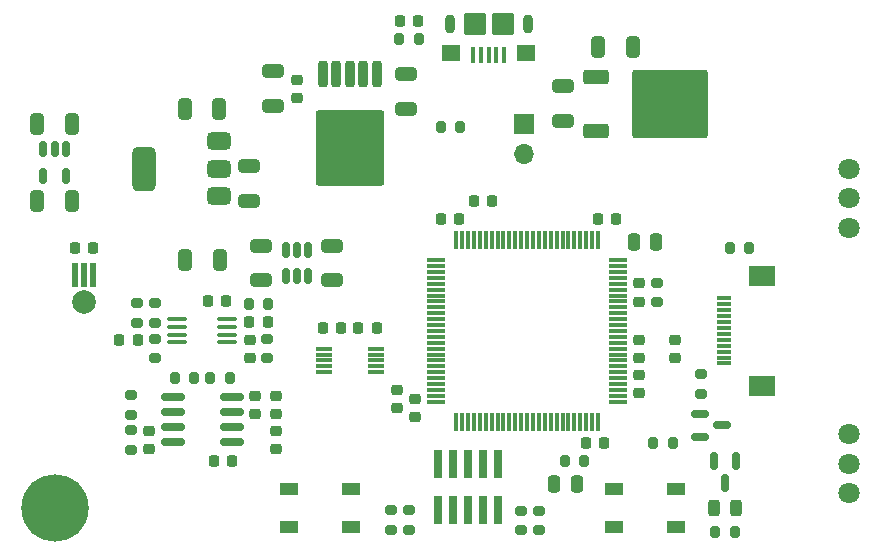
<source format=gts>
G04 #@! TF.GenerationSoftware,KiCad,Pcbnew,8.0.4*
G04 #@! TF.CreationDate,2024-09-21T08:46:09+10:00*
G04 #@! TF.ProjectId,hsa_r0,6873615f-7230-42e6-9b69-6361645f7063,rev?*
G04 #@! TF.SameCoordinates,Original*
G04 #@! TF.FileFunction,Soldermask,Top*
G04 #@! TF.FilePolarity,Negative*
%FSLAX46Y46*%
G04 Gerber Fmt 4.6, Leading zero omitted, Abs format (unit mm)*
G04 Created by KiCad (PCBNEW 8.0.4) date 2024-09-21 08:46:09*
%MOMM*%
%LPD*%
G01*
G04 APERTURE LIST*
G04 Aperture macros list*
%AMRoundRect*
0 Rectangle with rounded corners*
0 $1 Rounding radius*
0 $2 $3 $4 $5 $6 $7 $8 $9 X,Y pos of 4 corners*
0 Add a 4 corners polygon primitive as box body*
4,1,4,$2,$3,$4,$5,$6,$7,$8,$9,$2,$3,0*
0 Add four circle primitives for the rounded corners*
1,1,$1+$1,$2,$3*
1,1,$1+$1,$4,$5*
1,1,$1+$1,$6,$7*
1,1,$1+$1,$8,$9*
0 Add four rect primitives between the rounded corners*
20,1,$1+$1,$2,$3,$4,$5,0*
20,1,$1+$1,$4,$5,$6,$7,0*
20,1,$1+$1,$6,$7,$8,$9,0*
20,1,$1+$1,$8,$9,$2,$3,0*%
G04 Aperture macros list end*
%ADD10RoundRect,0.200000X-0.275000X0.200000X-0.275000X-0.200000X0.275000X-0.200000X0.275000X0.200000X0*%
%ADD11RoundRect,0.225000X-0.250000X0.225000X-0.250000X-0.225000X0.250000X-0.225000X0.250000X0.225000X0*%
%ADD12RoundRect,0.150000X-0.150000X0.512500X-0.150000X-0.512500X0.150000X-0.512500X0.150000X0.512500X0*%
%ADD13R,1.400000X0.300000*%
%ADD14RoundRect,0.200000X0.275000X-0.200000X0.275000X0.200000X-0.275000X0.200000X-0.275000X-0.200000X0*%
%ADD15RoundRect,0.225000X0.250000X-0.225000X0.250000X0.225000X-0.250000X0.225000X-0.250000X-0.225000X0*%
%ADD16RoundRect,0.100000X0.100000X0.575000X-0.100000X0.575000X-0.100000X-0.575000X0.100000X-0.575000X0*%
%ADD17O,0.900000X1.600000*%
%ADD18RoundRect,0.250000X0.550000X0.450000X-0.550000X0.450000X-0.550000X-0.450000X0.550000X-0.450000X0*%
%ADD19RoundRect,0.250000X0.700000X0.700000X-0.700000X0.700000X-0.700000X-0.700000X0.700000X-0.700000X0*%
%ADD20RoundRect,0.250000X0.325000X0.650000X-0.325000X0.650000X-0.325000X-0.650000X0.325000X-0.650000X0*%
%ADD21RoundRect,0.200000X0.200000X0.275000X-0.200000X0.275000X-0.200000X-0.275000X0.200000X-0.275000X0*%
%ADD22RoundRect,0.100000X-0.712500X-0.100000X0.712500X-0.100000X0.712500X0.100000X-0.712500X0.100000X0*%
%ADD23R,1.300000X0.300000*%
%ADD24R,2.200000X1.800000*%
%ADD25RoundRect,0.250000X0.650000X-0.325000X0.650000X0.325000X-0.650000X0.325000X-0.650000X-0.325000X0*%
%ADD26RoundRect,0.075000X0.725000X0.075000X-0.725000X0.075000X-0.725000X-0.075000X0.725000X-0.075000X0*%
%ADD27RoundRect,0.075000X0.075000X0.725000X-0.075000X0.725000X-0.075000X-0.725000X0.075000X-0.725000X0*%
%ADD28C,1.800000*%
%ADD29RoundRect,0.225000X0.225000X0.250000X-0.225000X0.250000X-0.225000X-0.250000X0.225000X-0.250000X0*%
%ADD30RoundRect,0.250000X-0.650000X0.325000X-0.650000X-0.325000X0.650000X-0.325000X0.650000X0.325000X0*%
%ADD31RoundRect,0.200000X-0.200000X-0.275000X0.200000X-0.275000X0.200000X0.275000X-0.200000X0.275000X0*%
%ADD32R,0.570000X2.000000*%
%ADD33C,2.000000*%
%ADD34RoundRect,0.250000X-0.850000X-0.350000X0.850000X-0.350000X0.850000X0.350000X-0.850000X0.350000X0*%
%ADD35RoundRect,0.249997X-2.950003X-2.650003X2.950003X-2.650003X2.950003X2.650003X-2.950003X2.650003X0*%
%ADD36RoundRect,0.150000X-0.150000X0.587500X-0.150000X-0.587500X0.150000X-0.587500X0.150000X0.587500X0*%
%ADD37RoundRect,0.225000X-0.225000X-0.250000X0.225000X-0.250000X0.225000X0.250000X-0.225000X0.250000X0*%
%ADD38R,1.550000X1.000000*%
%ADD39RoundRect,0.200000X-0.200000X0.900000X-0.200000X-0.900000X0.200000X-0.900000X0.200000X0.900000X0*%
%ADD40RoundRect,0.249997X-2.650003X2.950003X-2.650003X-2.950003X2.650003X-2.950003X2.650003X2.950003X0*%
%ADD41R,0.740000X2.400000*%
%ADD42RoundRect,0.150000X-0.825000X-0.150000X0.825000X-0.150000X0.825000X0.150000X-0.825000X0.150000X0*%
%ADD43RoundRect,0.250000X0.250000X0.475000X-0.250000X0.475000X-0.250000X-0.475000X0.250000X-0.475000X0*%
%ADD44R,1.700000X1.700000*%
%ADD45O,1.700000X1.700000*%
%ADD46C,3.600000*%
%ADD47C,5.700000*%
%ADD48RoundRect,0.243750X0.243750X0.456250X-0.243750X0.456250X-0.243750X-0.456250X0.243750X-0.456250X0*%
%ADD49RoundRect,0.150000X-0.587500X-0.150000X0.587500X-0.150000X0.587500X0.150000X-0.587500X0.150000X0*%
%ADD50RoundRect,0.375000X0.625000X0.375000X-0.625000X0.375000X-0.625000X-0.375000X0.625000X-0.375000X0*%
%ADD51RoundRect,0.500000X0.500000X1.400000X-0.500000X1.400000X-0.500000X-1.400000X0.500000X-1.400000X0*%
G04 APERTURE END LIST*
D10*
X141500000Y-78425000D03*
X141500000Y-80075000D03*
D11*
X153750000Y-78475000D03*
X153750000Y-80025000D03*
D12*
X135950000Y-54612500D03*
X135000000Y-54612500D03*
X134050000Y-54612500D03*
X134050000Y-56887500D03*
X135950000Y-56887500D03*
D13*
X157800000Y-71500000D03*
X157800000Y-72000000D03*
X157800000Y-72500000D03*
X157800000Y-73000000D03*
X157800000Y-73500000D03*
X162200000Y-73500000D03*
X162200000Y-73000000D03*
X162200000Y-72500000D03*
X162200000Y-72000000D03*
X162200000Y-71500000D03*
D14*
X189750000Y-75325000D03*
X189750000Y-73675000D03*
D15*
X165500000Y-77275000D03*
X165500000Y-75725000D03*
D16*
X173050000Y-46675000D03*
X172400000Y-46675000D03*
X171750000Y-46675000D03*
X171100000Y-46675000D03*
X170450000Y-46675000D03*
D17*
X175050000Y-44000000D03*
D18*
X174950000Y-46450000D03*
D19*
X172950000Y-44000000D03*
X170550000Y-44000000D03*
D18*
X168550000Y-46450000D03*
D17*
X168450000Y-44000000D03*
D20*
X183975000Y-45997500D03*
X181025000Y-45997500D03*
D14*
X186000000Y-67575000D03*
X186000000Y-65925000D03*
D20*
X148950000Y-51250000D03*
X146000000Y-51250000D03*
D21*
X165825000Y-45250000D03*
X164175000Y-45250000D03*
D22*
X145387500Y-69025000D03*
X145387500Y-69675000D03*
X145387500Y-70325000D03*
X145387500Y-70975000D03*
X149612500Y-70975000D03*
X149612500Y-70325000D03*
X149612500Y-69675000D03*
X149612500Y-69025000D03*
D23*
X191650000Y-72750000D03*
X191650000Y-72250000D03*
X191650000Y-71750000D03*
X191650000Y-71250000D03*
X191650000Y-70750000D03*
X191650000Y-70250000D03*
X191650000Y-69750000D03*
X191650000Y-69250000D03*
X191650000Y-68750000D03*
X191650000Y-68250000D03*
X191650000Y-67750000D03*
X191650000Y-67250000D03*
D24*
X194900000Y-74650000D03*
X194900000Y-65350000D03*
D21*
X179825000Y-81000000D03*
X178175000Y-81000000D03*
D25*
X152500000Y-65725000D03*
X152500000Y-62775000D03*
D26*
X182675000Y-76000000D03*
X182675000Y-75500000D03*
X182675000Y-75000000D03*
X182675000Y-74500000D03*
X182675000Y-74000000D03*
X182675000Y-73500000D03*
X182675000Y-73000000D03*
X182675000Y-72500000D03*
X182675000Y-72000000D03*
X182675000Y-71500000D03*
X182675000Y-71000000D03*
X182675000Y-70500000D03*
X182675000Y-70000000D03*
X182675000Y-69500000D03*
X182675000Y-69000000D03*
X182675000Y-68500000D03*
X182675000Y-68000000D03*
X182675000Y-67500000D03*
X182675000Y-67000000D03*
X182675000Y-66500000D03*
X182675000Y-66000000D03*
X182675000Y-65500000D03*
X182675000Y-65000000D03*
X182675000Y-64500000D03*
X182675000Y-64000000D03*
D27*
X181000000Y-62325000D03*
X180500000Y-62325000D03*
X180000000Y-62325000D03*
X179500000Y-62325000D03*
X179000000Y-62325000D03*
X178500000Y-62325000D03*
X178000000Y-62325000D03*
X177500000Y-62325000D03*
X177000000Y-62325000D03*
X176500000Y-62325000D03*
X176000000Y-62325000D03*
X175500000Y-62325000D03*
X175000000Y-62325000D03*
X174500000Y-62325000D03*
X174000000Y-62325000D03*
X173500000Y-62325000D03*
X173000000Y-62325000D03*
X172500000Y-62325000D03*
X172000000Y-62325000D03*
X171500000Y-62325000D03*
X171000000Y-62325000D03*
X170500000Y-62325000D03*
X170000000Y-62325000D03*
X169500000Y-62325000D03*
X169000000Y-62325000D03*
D26*
X167325000Y-64000000D03*
X167325000Y-64500000D03*
X167325000Y-65000000D03*
X167325000Y-65500000D03*
X167325000Y-66000000D03*
X167325000Y-66500000D03*
X167325000Y-67000000D03*
X167325000Y-67500000D03*
X167325000Y-68000000D03*
X167325000Y-68500000D03*
X167325000Y-69000000D03*
X167325000Y-69500000D03*
X167325000Y-70000000D03*
X167325000Y-70500000D03*
X167325000Y-71000000D03*
X167325000Y-71500000D03*
X167325000Y-72000000D03*
X167325000Y-72500000D03*
X167325000Y-73000000D03*
X167325000Y-73500000D03*
X167325000Y-74000000D03*
X167325000Y-74500000D03*
X167325000Y-75000000D03*
X167325000Y-75500000D03*
X167325000Y-76000000D03*
D27*
X169000000Y-77675000D03*
X169500000Y-77675000D03*
X170000000Y-77675000D03*
X170500000Y-77675000D03*
X171000000Y-77675000D03*
X171500000Y-77675000D03*
X172000000Y-77675000D03*
X172500000Y-77675000D03*
X173000000Y-77675000D03*
X173500000Y-77675000D03*
X174000000Y-77675000D03*
X174500000Y-77675000D03*
X175000000Y-77675000D03*
X175500000Y-77675000D03*
X176000000Y-77675000D03*
X176500000Y-77675000D03*
X177000000Y-77675000D03*
X177500000Y-77675000D03*
X178000000Y-77675000D03*
X178500000Y-77675000D03*
X179000000Y-77675000D03*
X179500000Y-77675000D03*
X180000000Y-77675000D03*
X180500000Y-77675000D03*
X181000000Y-77675000D03*
D28*
X202250000Y-83750000D03*
X202250000Y-78750000D03*
X202250000Y-81250000D03*
D29*
X138275000Y-63000000D03*
X136725000Y-63000000D03*
D30*
X164750000Y-48275000D03*
X164750000Y-51225000D03*
D31*
X192175000Y-63000000D03*
X193825000Y-63000000D03*
D32*
X138275000Y-65295000D03*
X137500000Y-65295000D03*
X136725000Y-65295000D03*
D33*
X137500000Y-67575000D03*
D34*
X180800000Y-48470000D03*
D35*
X187100000Y-50750000D03*
D34*
X180800000Y-53030000D03*
D31*
X185675000Y-79500000D03*
X187325000Y-79500000D03*
D36*
X192700000Y-81000000D03*
X190800000Y-81000000D03*
X191750000Y-82875000D03*
D10*
X142000000Y-67675000D03*
X142000000Y-69325000D03*
D29*
X150025000Y-81000000D03*
X148475000Y-81000000D03*
D25*
X178000000Y-52222500D03*
X178000000Y-49272500D03*
D31*
X190925000Y-87000000D03*
X192575000Y-87000000D03*
D20*
X136475000Y-52500000D03*
X133525000Y-52500000D03*
D14*
X174520000Y-86875000D03*
X174520000Y-85225000D03*
D37*
X157725000Y-69750000D03*
X159275000Y-69750000D03*
D30*
X153475000Y-48025000D03*
X153475000Y-50975000D03*
D10*
X165000000Y-85175000D03*
X165000000Y-86825000D03*
D37*
X140475000Y-70750000D03*
X142025000Y-70750000D03*
X180975000Y-60500000D03*
X182525000Y-60500000D03*
D29*
X149525000Y-67500000D03*
X147975000Y-67500000D03*
D21*
X146825000Y-74000000D03*
X145175000Y-74000000D03*
D14*
X176020000Y-86875000D03*
X176020000Y-85225000D03*
D29*
X153025000Y-69250000D03*
X151475000Y-69250000D03*
D38*
X187625000Y-86600000D03*
X187625000Y-83400000D03*
X182375000Y-86600000D03*
X182375000Y-83400000D03*
D10*
X141500000Y-75425000D03*
X141500000Y-77075000D03*
D39*
X162280000Y-48250000D03*
X161140000Y-48250000D03*
X160000000Y-48250000D03*
D40*
X160000000Y-54550000D03*
D39*
X158860000Y-48250000D03*
X157720000Y-48250000D03*
D12*
X156450000Y-63112500D03*
X155500000Y-63112500D03*
X154550000Y-63112500D03*
X154550000Y-65387500D03*
X155500000Y-65387500D03*
X156450000Y-65387500D03*
D14*
X143500000Y-72325000D03*
X143500000Y-70675000D03*
D41*
X167460000Y-85200000D03*
X167460000Y-81300000D03*
X168730000Y-85200000D03*
X168730000Y-81300000D03*
X170000000Y-85200000D03*
X170000000Y-81300000D03*
X171270000Y-85200000D03*
X171270000Y-81300000D03*
X172540000Y-85200000D03*
X172540000Y-81300000D03*
D15*
X152000000Y-77025000D03*
X152000000Y-75475000D03*
D42*
X145025000Y-75595000D03*
X145025000Y-76865000D03*
X145025000Y-78135000D03*
X145025000Y-79405000D03*
X149975000Y-79405000D03*
X149975000Y-78135000D03*
X149975000Y-76865000D03*
X149975000Y-75595000D03*
D20*
X148975000Y-64000000D03*
X146025000Y-64000000D03*
D15*
X151500000Y-72275000D03*
X151500000Y-70725000D03*
D43*
X179200000Y-83000000D03*
X177300000Y-83000000D03*
D11*
X155500000Y-48725000D03*
X155500000Y-50275000D03*
D44*
X174750000Y-52475000D03*
D45*
X174750000Y-55015000D03*
D20*
X136475000Y-59000000D03*
X133525000Y-59000000D03*
D37*
X170475000Y-59000000D03*
X172025000Y-59000000D03*
D30*
X151475000Y-56025000D03*
X151475000Y-58975000D03*
D29*
X165775000Y-43750000D03*
X164225000Y-43750000D03*
D11*
X153750000Y-75475000D03*
X153750000Y-77025000D03*
D15*
X187500000Y-72275000D03*
X187500000Y-70725000D03*
D11*
X143000000Y-78475000D03*
X143000000Y-80025000D03*
D46*
X135000000Y-85000000D03*
D47*
X135000000Y-85000000D03*
D48*
X192687500Y-85000000D03*
X190812500Y-85000000D03*
D37*
X167725000Y-60500000D03*
X169275000Y-60500000D03*
D38*
X160125000Y-86600000D03*
X160125000Y-83400000D03*
X154875000Y-86600000D03*
X154875000Y-83400000D03*
D31*
X151425000Y-67750000D03*
X153075000Y-67750000D03*
D21*
X149825000Y-74000000D03*
X148175000Y-74000000D03*
D25*
X158500000Y-65725000D03*
X158500000Y-62775000D03*
D10*
X153000000Y-70675000D03*
X153000000Y-72325000D03*
D31*
X167675000Y-52750000D03*
X169325000Y-52750000D03*
D28*
X202250000Y-61250000D03*
X202250000Y-56250000D03*
X202250000Y-58750000D03*
D49*
X189625000Y-77050000D03*
X189625000Y-78950000D03*
X191500000Y-78000000D03*
D43*
X185950000Y-62500000D03*
X184050000Y-62500000D03*
D50*
X148875000Y-58550000D03*
X148875000Y-56250000D03*
D51*
X142575000Y-56250000D03*
D50*
X148875000Y-53950000D03*
D11*
X184500000Y-73725000D03*
X184500000Y-75275000D03*
D29*
X181525000Y-79500000D03*
X179975000Y-79500000D03*
D11*
X184500000Y-70725000D03*
X184500000Y-72275000D03*
D29*
X162275000Y-69750000D03*
X160725000Y-69750000D03*
D11*
X184500000Y-65975000D03*
X184500000Y-67525000D03*
D14*
X143500000Y-69325000D03*
X143500000Y-67675000D03*
D11*
X164000000Y-74975000D03*
X164000000Y-76525000D03*
D14*
X163500000Y-86825000D03*
X163500000Y-85175000D03*
M02*

</source>
